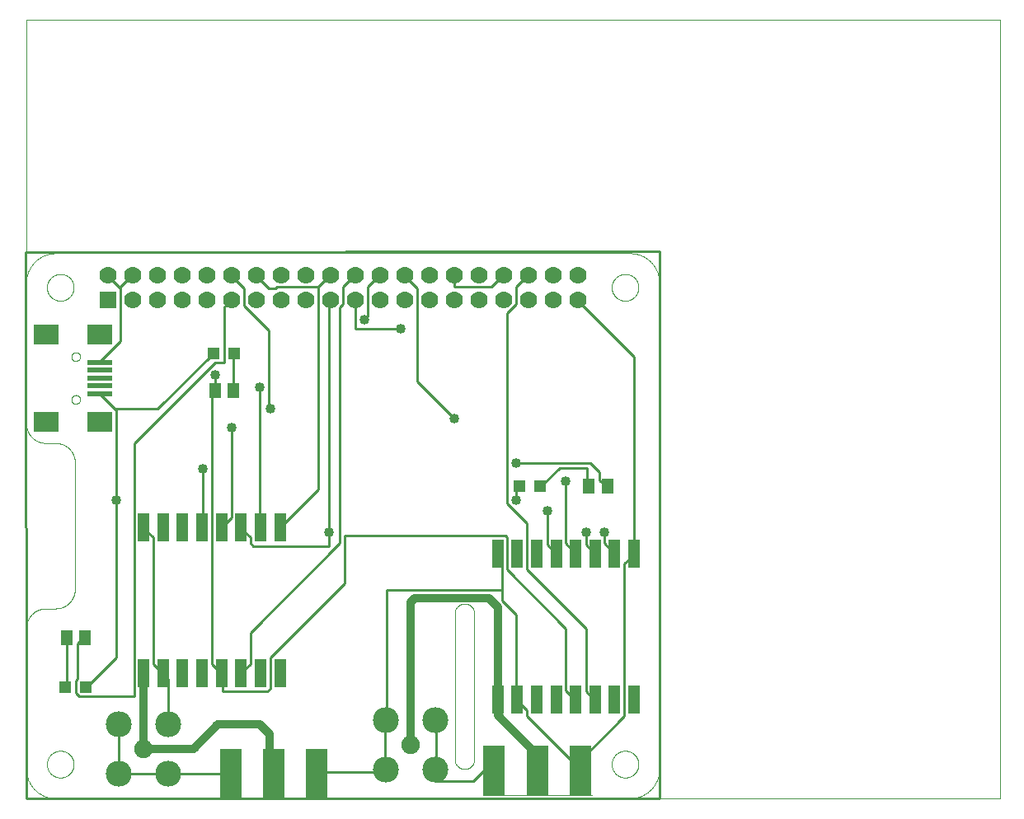
<source format=gtl>
G75*
%MOIN*%
%OFA0B0*%
%FSLAX25Y25*%
%IPPOS*%
%LPD*%
%AMOC8*
5,1,8,0,0,1.08239X$1,22.5*
%
%ADD10C,0.00000*%
%ADD11R,0.04724X0.11811*%
%ADD12R,0.07000X0.07000*%
%ADD13C,0.07000*%
%ADD14C,0.07500*%
%ADD15C,0.10500*%
%ADD16R,0.09000X0.20000*%
%ADD17R,0.05118X0.06299*%
%ADD18R,0.04724X0.04724*%
%ADD19R,0.09843X0.01969*%
%ADD20R,0.09843X0.07874*%
%ADD21C,0.01000*%
%ADD22C,0.04000*%
%ADD23C,0.03200*%
D10*
X0005000Y0043998D02*
X0005000Y0358959D01*
X0398701Y0358959D01*
X0398701Y0043998D01*
X0005000Y0043998D01*
X0016811Y0043998D02*
X0249094Y0043998D01*
X0249379Y0044001D01*
X0249665Y0044012D01*
X0249950Y0044029D01*
X0250234Y0044053D01*
X0250518Y0044084D01*
X0250801Y0044122D01*
X0251082Y0044167D01*
X0251363Y0044218D01*
X0251643Y0044276D01*
X0251921Y0044341D01*
X0252197Y0044413D01*
X0252471Y0044491D01*
X0252744Y0044576D01*
X0253014Y0044668D01*
X0253282Y0044766D01*
X0253548Y0044870D01*
X0253811Y0044981D01*
X0254071Y0045098D01*
X0254329Y0045221D01*
X0254583Y0045351D01*
X0254834Y0045487D01*
X0255082Y0045628D01*
X0255326Y0045776D01*
X0255567Y0045929D01*
X0255803Y0046089D01*
X0256036Y0046254D01*
X0256265Y0046424D01*
X0256490Y0046600D01*
X0256710Y0046782D01*
X0256926Y0046968D01*
X0257137Y0047160D01*
X0257344Y0047357D01*
X0257546Y0047559D01*
X0257743Y0047766D01*
X0257935Y0047977D01*
X0258121Y0048193D01*
X0258303Y0048413D01*
X0258479Y0048638D01*
X0258649Y0048867D01*
X0258814Y0049100D01*
X0258974Y0049336D01*
X0259127Y0049577D01*
X0259275Y0049821D01*
X0259416Y0050069D01*
X0259552Y0050320D01*
X0259682Y0050574D01*
X0259805Y0050832D01*
X0259922Y0051092D01*
X0260033Y0051355D01*
X0260137Y0051621D01*
X0260235Y0051889D01*
X0260327Y0052159D01*
X0260412Y0052432D01*
X0260490Y0052706D01*
X0260562Y0052982D01*
X0260627Y0053260D01*
X0260685Y0053540D01*
X0260736Y0053821D01*
X0260781Y0054102D01*
X0260819Y0054385D01*
X0260850Y0054669D01*
X0260874Y0054953D01*
X0260891Y0055238D01*
X0260902Y0055524D01*
X0260905Y0055809D01*
X0260906Y0055809D02*
X0260906Y0252660D01*
X0260905Y0252660D02*
X0260902Y0252945D01*
X0260891Y0253231D01*
X0260874Y0253516D01*
X0260850Y0253800D01*
X0260819Y0254084D01*
X0260781Y0254367D01*
X0260736Y0254648D01*
X0260685Y0254929D01*
X0260627Y0255209D01*
X0260562Y0255487D01*
X0260490Y0255763D01*
X0260412Y0256037D01*
X0260327Y0256310D01*
X0260235Y0256580D01*
X0260137Y0256848D01*
X0260033Y0257114D01*
X0259922Y0257377D01*
X0259805Y0257637D01*
X0259682Y0257895D01*
X0259552Y0258149D01*
X0259416Y0258400D01*
X0259275Y0258648D01*
X0259127Y0258892D01*
X0258974Y0259133D01*
X0258814Y0259369D01*
X0258649Y0259602D01*
X0258479Y0259831D01*
X0258303Y0260056D01*
X0258121Y0260276D01*
X0257935Y0260492D01*
X0257743Y0260703D01*
X0257546Y0260910D01*
X0257344Y0261112D01*
X0257137Y0261309D01*
X0256926Y0261501D01*
X0256710Y0261687D01*
X0256490Y0261869D01*
X0256265Y0262045D01*
X0256036Y0262215D01*
X0255803Y0262380D01*
X0255567Y0262540D01*
X0255326Y0262693D01*
X0255082Y0262841D01*
X0254834Y0262982D01*
X0254583Y0263118D01*
X0254329Y0263248D01*
X0254071Y0263371D01*
X0253811Y0263488D01*
X0253548Y0263599D01*
X0253282Y0263703D01*
X0253014Y0263801D01*
X0252744Y0263893D01*
X0252471Y0263978D01*
X0252197Y0264056D01*
X0251921Y0264128D01*
X0251643Y0264193D01*
X0251363Y0264251D01*
X0251082Y0264302D01*
X0250801Y0264347D01*
X0250518Y0264385D01*
X0250234Y0264416D01*
X0249950Y0264440D01*
X0249665Y0264457D01*
X0249379Y0264468D01*
X0249094Y0264471D01*
X0016811Y0264471D01*
X0016526Y0264468D01*
X0016240Y0264457D01*
X0015955Y0264440D01*
X0015671Y0264416D01*
X0015387Y0264385D01*
X0015104Y0264347D01*
X0014823Y0264302D01*
X0014542Y0264251D01*
X0014262Y0264193D01*
X0013984Y0264128D01*
X0013708Y0264056D01*
X0013434Y0263978D01*
X0013161Y0263893D01*
X0012891Y0263801D01*
X0012623Y0263703D01*
X0012357Y0263599D01*
X0012094Y0263488D01*
X0011834Y0263371D01*
X0011576Y0263248D01*
X0011322Y0263118D01*
X0011071Y0262982D01*
X0010823Y0262841D01*
X0010579Y0262693D01*
X0010338Y0262540D01*
X0010102Y0262380D01*
X0009869Y0262215D01*
X0009640Y0262045D01*
X0009415Y0261869D01*
X0009195Y0261687D01*
X0008979Y0261501D01*
X0008768Y0261309D01*
X0008561Y0261112D01*
X0008359Y0260910D01*
X0008162Y0260703D01*
X0007970Y0260492D01*
X0007784Y0260276D01*
X0007602Y0260056D01*
X0007426Y0259831D01*
X0007256Y0259602D01*
X0007091Y0259369D01*
X0006931Y0259133D01*
X0006778Y0258892D01*
X0006630Y0258648D01*
X0006489Y0258400D01*
X0006353Y0258149D01*
X0006223Y0257895D01*
X0006100Y0257637D01*
X0005983Y0257377D01*
X0005872Y0257114D01*
X0005768Y0256848D01*
X0005670Y0256580D01*
X0005578Y0256310D01*
X0005493Y0256037D01*
X0005415Y0255763D01*
X0005343Y0255487D01*
X0005278Y0255209D01*
X0005220Y0254929D01*
X0005169Y0254648D01*
X0005124Y0254367D01*
X0005086Y0254084D01*
X0005055Y0253800D01*
X0005031Y0253516D01*
X0005014Y0253231D01*
X0005003Y0252945D01*
X0005000Y0252660D01*
X0005000Y0195573D01*
X0005002Y0195383D01*
X0005009Y0195193D01*
X0005021Y0195003D01*
X0005037Y0194813D01*
X0005057Y0194624D01*
X0005083Y0194435D01*
X0005112Y0194247D01*
X0005147Y0194060D01*
X0005186Y0193874D01*
X0005229Y0193689D01*
X0005277Y0193504D01*
X0005329Y0193321D01*
X0005385Y0193140D01*
X0005446Y0192960D01*
X0005512Y0192781D01*
X0005581Y0192604D01*
X0005655Y0192428D01*
X0005733Y0192255D01*
X0005816Y0192083D01*
X0005902Y0191914D01*
X0005992Y0191746D01*
X0006087Y0191581D01*
X0006185Y0191418D01*
X0006288Y0191258D01*
X0006394Y0191100D01*
X0006504Y0190945D01*
X0006617Y0190792D01*
X0006735Y0190642D01*
X0006856Y0190496D01*
X0006980Y0190352D01*
X0007108Y0190211D01*
X0007239Y0190073D01*
X0007374Y0189938D01*
X0007512Y0189807D01*
X0007653Y0189679D01*
X0007797Y0189555D01*
X0007943Y0189434D01*
X0008093Y0189316D01*
X0008246Y0189203D01*
X0008401Y0189093D01*
X0008559Y0188987D01*
X0008719Y0188884D01*
X0008882Y0188786D01*
X0009047Y0188691D01*
X0009215Y0188601D01*
X0009384Y0188515D01*
X0009556Y0188432D01*
X0009729Y0188354D01*
X0009905Y0188280D01*
X0010082Y0188211D01*
X0010261Y0188145D01*
X0010441Y0188084D01*
X0010622Y0188028D01*
X0010805Y0187976D01*
X0010990Y0187928D01*
X0011175Y0187885D01*
X0011361Y0187846D01*
X0011548Y0187811D01*
X0011736Y0187782D01*
X0011925Y0187756D01*
X0012114Y0187736D01*
X0012304Y0187720D01*
X0012494Y0187708D01*
X0012684Y0187701D01*
X0012874Y0187699D01*
X0016811Y0187699D01*
X0017001Y0187697D01*
X0017191Y0187690D01*
X0017381Y0187678D01*
X0017571Y0187662D01*
X0017760Y0187642D01*
X0017949Y0187616D01*
X0018137Y0187587D01*
X0018324Y0187552D01*
X0018510Y0187513D01*
X0018695Y0187470D01*
X0018880Y0187422D01*
X0019063Y0187370D01*
X0019244Y0187314D01*
X0019424Y0187253D01*
X0019603Y0187187D01*
X0019780Y0187118D01*
X0019956Y0187044D01*
X0020129Y0186966D01*
X0020301Y0186883D01*
X0020470Y0186797D01*
X0020638Y0186707D01*
X0020803Y0186612D01*
X0020966Y0186514D01*
X0021126Y0186411D01*
X0021284Y0186305D01*
X0021439Y0186195D01*
X0021592Y0186082D01*
X0021742Y0185964D01*
X0021888Y0185843D01*
X0022032Y0185719D01*
X0022173Y0185591D01*
X0022311Y0185460D01*
X0022446Y0185325D01*
X0022577Y0185187D01*
X0022705Y0185046D01*
X0022829Y0184902D01*
X0022950Y0184756D01*
X0023068Y0184606D01*
X0023181Y0184453D01*
X0023291Y0184298D01*
X0023397Y0184140D01*
X0023500Y0183980D01*
X0023598Y0183817D01*
X0023693Y0183652D01*
X0023783Y0183484D01*
X0023869Y0183315D01*
X0023952Y0183143D01*
X0024030Y0182970D01*
X0024104Y0182794D01*
X0024173Y0182617D01*
X0024239Y0182438D01*
X0024300Y0182258D01*
X0024356Y0182077D01*
X0024408Y0181894D01*
X0024456Y0181709D01*
X0024499Y0181524D01*
X0024538Y0181338D01*
X0024573Y0181151D01*
X0024602Y0180963D01*
X0024628Y0180774D01*
X0024648Y0180585D01*
X0024664Y0180395D01*
X0024676Y0180205D01*
X0024683Y0180015D01*
X0024685Y0179825D01*
X0024685Y0128644D01*
X0024683Y0128454D01*
X0024676Y0128264D01*
X0024664Y0128074D01*
X0024648Y0127884D01*
X0024628Y0127695D01*
X0024602Y0127506D01*
X0024573Y0127318D01*
X0024538Y0127131D01*
X0024499Y0126945D01*
X0024456Y0126760D01*
X0024408Y0126575D01*
X0024356Y0126392D01*
X0024300Y0126211D01*
X0024239Y0126031D01*
X0024173Y0125852D01*
X0024104Y0125675D01*
X0024030Y0125499D01*
X0023952Y0125326D01*
X0023869Y0125154D01*
X0023783Y0124985D01*
X0023693Y0124817D01*
X0023598Y0124652D01*
X0023500Y0124489D01*
X0023397Y0124329D01*
X0023291Y0124171D01*
X0023181Y0124016D01*
X0023068Y0123863D01*
X0022950Y0123713D01*
X0022829Y0123567D01*
X0022705Y0123423D01*
X0022577Y0123282D01*
X0022446Y0123144D01*
X0022311Y0123009D01*
X0022173Y0122878D01*
X0022032Y0122750D01*
X0021888Y0122626D01*
X0021742Y0122505D01*
X0021592Y0122387D01*
X0021439Y0122274D01*
X0021284Y0122164D01*
X0021126Y0122058D01*
X0020966Y0121955D01*
X0020803Y0121857D01*
X0020638Y0121762D01*
X0020470Y0121672D01*
X0020301Y0121586D01*
X0020129Y0121503D01*
X0019956Y0121425D01*
X0019780Y0121351D01*
X0019603Y0121282D01*
X0019424Y0121216D01*
X0019244Y0121155D01*
X0019063Y0121099D01*
X0018880Y0121047D01*
X0018695Y0120999D01*
X0018510Y0120956D01*
X0018324Y0120917D01*
X0018137Y0120882D01*
X0017949Y0120853D01*
X0017760Y0120827D01*
X0017571Y0120807D01*
X0017381Y0120791D01*
X0017191Y0120779D01*
X0017001Y0120772D01*
X0016811Y0120770D01*
X0012874Y0120770D01*
X0012681Y0120768D01*
X0012488Y0120761D01*
X0012295Y0120749D01*
X0012102Y0120732D01*
X0011910Y0120711D01*
X0011719Y0120685D01*
X0011528Y0120654D01*
X0011338Y0120619D01*
X0011149Y0120579D01*
X0010961Y0120534D01*
X0010774Y0120485D01*
X0010588Y0120431D01*
X0010404Y0120373D01*
X0010221Y0120310D01*
X0010040Y0120242D01*
X0009861Y0120171D01*
X0009683Y0120094D01*
X0009507Y0120014D01*
X0009334Y0119929D01*
X0009162Y0119840D01*
X0008993Y0119747D01*
X0008826Y0119650D01*
X0008661Y0119548D01*
X0008499Y0119443D01*
X0008340Y0119334D01*
X0008183Y0119220D01*
X0008030Y0119103D01*
X0007879Y0118983D01*
X0007731Y0118858D01*
X0007586Y0118730D01*
X0007445Y0118599D01*
X0007306Y0118464D01*
X0007171Y0118325D01*
X0007040Y0118184D01*
X0006912Y0118039D01*
X0006787Y0117891D01*
X0006667Y0117740D01*
X0006550Y0117587D01*
X0006436Y0117430D01*
X0006327Y0117271D01*
X0006222Y0117109D01*
X0006120Y0116944D01*
X0006023Y0116777D01*
X0005930Y0116608D01*
X0005841Y0116436D01*
X0005756Y0116263D01*
X0005676Y0116087D01*
X0005599Y0115909D01*
X0005528Y0115730D01*
X0005460Y0115549D01*
X0005397Y0115366D01*
X0005339Y0115182D01*
X0005285Y0114996D01*
X0005236Y0114809D01*
X0005191Y0114621D01*
X0005151Y0114432D01*
X0005116Y0114242D01*
X0005085Y0114051D01*
X0005059Y0113860D01*
X0005038Y0113668D01*
X0005021Y0113475D01*
X0005009Y0113282D01*
X0005002Y0113089D01*
X0005000Y0112896D01*
X0005000Y0055809D01*
X0005003Y0055524D01*
X0005014Y0055238D01*
X0005031Y0054953D01*
X0005055Y0054669D01*
X0005086Y0054385D01*
X0005124Y0054102D01*
X0005169Y0053821D01*
X0005220Y0053540D01*
X0005278Y0053260D01*
X0005343Y0052982D01*
X0005415Y0052706D01*
X0005493Y0052432D01*
X0005578Y0052159D01*
X0005670Y0051889D01*
X0005768Y0051621D01*
X0005872Y0051355D01*
X0005983Y0051092D01*
X0006100Y0050832D01*
X0006223Y0050574D01*
X0006353Y0050320D01*
X0006489Y0050069D01*
X0006630Y0049821D01*
X0006778Y0049577D01*
X0006931Y0049336D01*
X0007091Y0049100D01*
X0007256Y0048867D01*
X0007426Y0048638D01*
X0007602Y0048413D01*
X0007784Y0048193D01*
X0007970Y0047977D01*
X0008162Y0047766D01*
X0008359Y0047559D01*
X0008561Y0047357D01*
X0008768Y0047160D01*
X0008979Y0046968D01*
X0009195Y0046782D01*
X0009415Y0046600D01*
X0009640Y0046424D01*
X0009869Y0046254D01*
X0010102Y0046089D01*
X0010338Y0045929D01*
X0010579Y0045776D01*
X0010823Y0045628D01*
X0011071Y0045487D01*
X0011322Y0045351D01*
X0011576Y0045221D01*
X0011834Y0045098D01*
X0012094Y0044981D01*
X0012357Y0044870D01*
X0012623Y0044766D01*
X0012891Y0044668D01*
X0013161Y0044576D01*
X0013434Y0044491D01*
X0013708Y0044413D01*
X0013984Y0044341D01*
X0014262Y0044276D01*
X0014542Y0044218D01*
X0014823Y0044167D01*
X0015104Y0044122D01*
X0015387Y0044084D01*
X0015671Y0044053D01*
X0015955Y0044029D01*
X0016240Y0044012D01*
X0016526Y0044001D01*
X0016811Y0043998D01*
X0013367Y0057778D02*
X0013369Y0057925D01*
X0013375Y0058071D01*
X0013385Y0058217D01*
X0013399Y0058363D01*
X0013417Y0058509D01*
X0013438Y0058654D01*
X0013464Y0058798D01*
X0013494Y0058942D01*
X0013527Y0059084D01*
X0013564Y0059226D01*
X0013605Y0059367D01*
X0013650Y0059506D01*
X0013699Y0059645D01*
X0013751Y0059782D01*
X0013808Y0059917D01*
X0013867Y0060051D01*
X0013931Y0060183D01*
X0013998Y0060313D01*
X0014068Y0060442D01*
X0014142Y0060569D01*
X0014219Y0060693D01*
X0014300Y0060816D01*
X0014384Y0060936D01*
X0014471Y0061054D01*
X0014561Y0061169D01*
X0014654Y0061282D01*
X0014751Y0061393D01*
X0014850Y0061501D01*
X0014952Y0061606D01*
X0015057Y0061708D01*
X0015165Y0061807D01*
X0015276Y0061904D01*
X0015389Y0061997D01*
X0015504Y0062087D01*
X0015622Y0062174D01*
X0015742Y0062258D01*
X0015865Y0062339D01*
X0015989Y0062416D01*
X0016116Y0062490D01*
X0016245Y0062560D01*
X0016375Y0062627D01*
X0016507Y0062691D01*
X0016641Y0062750D01*
X0016776Y0062807D01*
X0016913Y0062859D01*
X0017052Y0062908D01*
X0017191Y0062953D01*
X0017332Y0062994D01*
X0017474Y0063031D01*
X0017616Y0063064D01*
X0017760Y0063094D01*
X0017904Y0063120D01*
X0018049Y0063141D01*
X0018195Y0063159D01*
X0018341Y0063173D01*
X0018487Y0063183D01*
X0018633Y0063189D01*
X0018780Y0063191D01*
X0018927Y0063189D01*
X0019073Y0063183D01*
X0019219Y0063173D01*
X0019365Y0063159D01*
X0019511Y0063141D01*
X0019656Y0063120D01*
X0019800Y0063094D01*
X0019944Y0063064D01*
X0020086Y0063031D01*
X0020228Y0062994D01*
X0020369Y0062953D01*
X0020508Y0062908D01*
X0020647Y0062859D01*
X0020784Y0062807D01*
X0020919Y0062750D01*
X0021053Y0062691D01*
X0021185Y0062627D01*
X0021315Y0062560D01*
X0021444Y0062490D01*
X0021571Y0062416D01*
X0021695Y0062339D01*
X0021818Y0062258D01*
X0021938Y0062174D01*
X0022056Y0062087D01*
X0022171Y0061997D01*
X0022284Y0061904D01*
X0022395Y0061807D01*
X0022503Y0061708D01*
X0022608Y0061606D01*
X0022710Y0061501D01*
X0022809Y0061393D01*
X0022906Y0061282D01*
X0022999Y0061169D01*
X0023089Y0061054D01*
X0023176Y0060936D01*
X0023260Y0060816D01*
X0023341Y0060693D01*
X0023418Y0060569D01*
X0023492Y0060442D01*
X0023562Y0060313D01*
X0023629Y0060183D01*
X0023693Y0060051D01*
X0023752Y0059917D01*
X0023809Y0059782D01*
X0023861Y0059645D01*
X0023910Y0059506D01*
X0023955Y0059367D01*
X0023996Y0059226D01*
X0024033Y0059084D01*
X0024066Y0058942D01*
X0024096Y0058798D01*
X0024122Y0058654D01*
X0024143Y0058509D01*
X0024161Y0058363D01*
X0024175Y0058217D01*
X0024185Y0058071D01*
X0024191Y0057925D01*
X0024193Y0057778D01*
X0024191Y0057631D01*
X0024185Y0057485D01*
X0024175Y0057339D01*
X0024161Y0057193D01*
X0024143Y0057047D01*
X0024122Y0056902D01*
X0024096Y0056758D01*
X0024066Y0056614D01*
X0024033Y0056472D01*
X0023996Y0056330D01*
X0023955Y0056189D01*
X0023910Y0056050D01*
X0023861Y0055911D01*
X0023809Y0055774D01*
X0023752Y0055639D01*
X0023693Y0055505D01*
X0023629Y0055373D01*
X0023562Y0055243D01*
X0023492Y0055114D01*
X0023418Y0054987D01*
X0023341Y0054863D01*
X0023260Y0054740D01*
X0023176Y0054620D01*
X0023089Y0054502D01*
X0022999Y0054387D01*
X0022906Y0054274D01*
X0022809Y0054163D01*
X0022710Y0054055D01*
X0022608Y0053950D01*
X0022503Y0053848D01*
X0022395Y0053749D01*
X0022284Y0053652D01*
X0022171Y0053559D01*
X0022056Y0053469D01*
X0021938Y0053382D01*
X0021818Y0053298D01*
X0021695Y0053217D01*
X0021571Y0053140D01*
X0021444Y0053066D01*
X0021315Y0052996D01*
X0021185Y0052929D01*
X0021053Y0052865D01*
X0020919Y0052806D01*
X0020784Y0052749D01*
X0020647Y0052697D01*
X0020508Y0052648D01*
X0020369Y0052603D01*
X0020228Y0052562D01*
X0020086Y0052525D01*
X0019944Y0052492D01*
X0019800Y0052462D01*
X0019656Y0052436D01*
X0019511Y0052415D01*
X0019365Y0052397D01*
X0019219Y0052383D01*
X0019073Y0052373D01*
X0018927Y0052367D01*
X0018780Y0052365D01*
X0018633Y0052367D01*
X0018487Y0052373D01*
X0018341Y0052383D01*
X0018195Y0052397D01*
X0018049Y0052415D01*
X0017904Y0052436D01*
X0017760Y0052462D01*
X0017616Y0052492D01*
X0017474Y0052525D01*
X0017332Y0052562D01*
X0017191Y0052603D01*
X0017052Y0052648D01*
X0016913Y0052697D01*
X0016776Y0052749D01*
X0016641Y0052806D01*
X0016507Y0052865D01*
X0016375Y0052929D01*
X0016245Y0052996D01*
X0016116Y0053066D01*
X0015989Y0053140D01*
X0015865Y0053217D01*
X0015742Y0053298D01*
X0015622Y0053382D01*
X0015504Y0053469D01*
X0015389Y0053559D01*
X0015276Y0053652D01*
X0015165Y0053749D01*
X0015057Y0053848D01*
X0014952Y0053950D01*
X0014850Y0054055D01*
X0014751Y0054163D01*
X0014654Y0054274D01*
X0014561Y0054387D01*
X0014471Y0054502D01*
X0014384Y0054620D01*
X0014300Y0054740D01*
X0014219Y0054863D01*
X0014142Y0054987D01*
X0014068Y0055114D01*
X0013998Y0055243D01*
X0013931Y0055373D01*
X0013867Y0055505D01*
X0013808Y0055639D01*
X0013751Y0055774D01*
X0013699Y0055911D01*
X0013650Y0056050D01*
X0013605Y0056189D01*
X0013564Y0056330D01*
X0013527Y0056472D01*
X0013494Y0056614D01*
X0013464Y0056758D01*
X0013438Y0056902D01*
X0013417Y0057047D01*
X0013399Y0057193D01*
X0013385Y0057339D01*
X0013375Y0057485D01*
X0013369Y0057631D01*
X0013367Y0057778D01*
X0083000Y0043998D02*
X0127000Y0043998D01*
X0178228Y0059746D02*
X0178228Y0118802D01*
X0178230Y0118926D01*
X0178236Y0119049D01*
X0178245Y0119173D01*
X0178259Y0119295D01*
X0178276Y0119418D01*
X0178298Y0119540D01*
X0178323Y0119661D01*
X0178352Y0119781D01*
X0178384Y0119900D01*
X0178421Y0120019D01*
X0178461Y0120136D01*
X0178504Y0120251D01*
X0178552Y0120366D01*
X0178603Y0120478D01*
X0178657Y0120589D01*
X0178715Y0120699D01*
X0178776Y0120806D01*
X0178841Y0120912D01*
X0178909Y0121015D01*
X0178980Y0121116D01*
X0179054Y0121215D01*
X0179131Y0121312D01*
X0179212Y0121406D01*
X0179295Y0121497D01*
X0179381Y0121586D01*
X0179470Y0121672D01*
X0179561Y0121755D01*
X0179655Y0121836D01*
X0179752Y0121913D01*
X0179851Y0121987D01*
X0179952Y0122058D01*
X0180055Y0122126D01*
X0180161Y0122191D01*
X0180268Y0122252D01*
X0180378Y0122310D01*
X0180489Y0122364D01*
X0180601Y0122415D01*
X0180716Y0122463D01*
X0180831Y0122506D01*
X0180948Y0122546D01*
X0181067Y0122583D01*
X0181186Y0122615D01*
X0181306Y0122644D01*
X0181427Y0122669D01*
X0181549Y0122691D01*
X0181672Y0122708D01*
X0181794Y0122722D01*
X0181918Y0122731D01*
X0182041Y0122737D01*
X0182165Y0122739D01*
X0182289Y0122737D01*
X0182412Y0122731D01*
X0182536Y0122722D01*
X0182658Y0122708D01*
X0182781Y0122691D01*
X0182903Y0122669D01*
X0183024Y0122644D01*
X0183144Y0122615D01*
X0183263Y0122583D01*
X0183382Y0122546D01*
X0183499Y0122506D01*
X0183614Y0122463D01*
X0183729Y0122415D01*
X0183841Y0122364D01*
X0183952Y0122310D01*
X0184062Y0122252D01*
X0184169Y0122191D01*
X0184275Y0122126D01*
X0184378Y0122058D01*
X0184479Y0121987D01*
X0184578Y0121913D01*
X0184675Y0121836D01*
X0184769Y0121755D01*
X0184860Y0121672D01*
X0184949Y0121586D01*
X0185035Y0121497D01*
X0185118Y0121406D01*
X0185199Y0121312D01*
X0185276Y0121215D01*
X0185350Y0121116D01*
X0185421Y0121015D01*
X0185489Y0120912D01*
X0185554Y0120806D01*
X0185615Y0120699D01*
X0185673Y0120589D01*
X0185727Y0120478D01*
X0185778Y0120366D01*
X0185826Y0120251D01*
X0185869Y0120136D01*
X0185909Y0120019D01*
X0185946Y0119900D01*
X0185978Y0119781D01*
X0186007Y0119661D01*
X0186032Y0119540D01*
X0186054Y0119418D01*
X0186071Y0119295D01*
X0186085Y0119173D01*
X0186094Y0119049D01*
X0186100Y0118926D01*
X0186102Y0118802D01*
X0186102Y0059746D01*
X0186100Y0059622D01*
X0186094Y0059499D01*
X0186085Y0059375D01*
X0186071Y0059253D01*
X0186054Y0059130D01*
X0186032Y0059008D01*
X0186007Y0058887D01*
X0185978Y0058767D01*
X0185946Y0058648D01*
X0185909Y0058529D01*
X0185869Y0058412D01*
X0185826Y0058297D01*
X0185778Y0058182D01*
X0185727Y0058070D01*
X0185673Y0057959D01*
X0185615Y0057849D01*
X0185554Y0057742D01*
X0185489Y0057636D01*
X0185421Y0057533D01*
X0185350Y0057432D01*
X0185276Y0057333D01*
X0185199Y0057236D01*
X0185118Y0057142D01*
X0185035Y0057051D01*
X0184949Y0056962D01*
X0184860Y0056876D01*
X0184769Y0056793D01*
X0184675Y0056712D01*
X0184578Y0056635D01*
X0184479Y0056561D01*
X0184378Y0056490D01*
X0184275Y0056422D01*
X0184169Y0056357D01*
X0184062Y0056296D01*
X0183952Y0056238D01*
X0183841Y0056184D01*
X0183729Y0056133D01*
X0183614Y0056085D01*
X0183499Y0056042D01*
X0183382Y0056002D01*
X0183263Y0055965D01*
X0183144Y0055933D01*
X0183024Y0055904D01*
X0182903Y0055879D01*
X0182781Y0055857D01*
X0182658Y0055840D01*
X0182536Y0055826D01*
X0182412Y0055817D01*
X0182289Y0055811D01*
X0182165Y0055809D01*
X0182041Y0055811D01*
X0181918Y0055817D01*
X0181794Y0055826D01*
X0181672Y0055840D01*
X0181549Y0055857D01*
X0181427Y0055879D01*
X0181306Y0055904D01*
X0181186Y0055933D01*
X0181067Y0055965D01*
X0180948Y0056002D01*
X0180831Y0056042D01*
X0180716Y0056085D01*
X0180601Y0056133D01*
X0180489Y0056184D01*
X0180378Y0056238D01*
X0180268Y0056296D01*
X0180161Y0056357D01*
X0180055Y0056422D01*
X0179952Y0056490D01*
X0179851Y0056561D01*
X0179752Y0056635D01*
X0179655Y0056712D01*
X0179561Y0056793D01*
X0179470Y0056876D01*
X0179381Y0056962D01*
X0179295Y0057051D01*
X0179212Y0057142D01*
X0179131Y0057236D01*
X0179054Y0057333D01*
X0178980Y0057432D01*
X0178909Y0057533D01*
X0178841Y0057636D01*
X0178776Y0057742D01*
X0178715Y0057849D01*
X0178657Y0057959D01*
X0178603Y0058070D01*
X0178552Y0058182D01*
X0178504Y0058297D01*
X0178461Y0058412D01*
X0178421Y0058529D01*
X0178384Y0058648D01*
X0178352Y0058767D01*
X0178323Y0058887D01*
X0178298Y0059008D01*
X0178276Y0059130D01*
X0178259Y0059253D01*
X0178245Y0059375D01*
X0178236Y0059499D01*
X0178230Y0059622D01*
X0178228Y0059746D01*
X0189604Y0045186D02*
X0233604Y0045186D01*
X0241713Y0057778D02*
X0241715Y0057925D01*
X0241721Y0058071D01*
X0241731Y0058217D01*
X0241745Y0058363D01*
X0241763Y0058509D01*
X0241784Y0058654D01*
X0241810Y0058798D01*
X0241840Y0058942D01*
X0241873Y0059084D01*
X0241910Y0059226D01*
X0241951Y0059367D01*
X0241996Y0059506D01*
X0242045Y0059645D01*
X0242097Y0059782D01*
X0242154Y0059917D01*
X0242213Y0060051D01*
X0242277Y0060183D01*
X0242344Y0060313D01*
X0242414Y0060442D01*
X0242488Y0060569D01*
X0242565Y0060693D01*
X0242646Y0060816D01*
X0242730Y0060936D01*
X0242817Y0061054D01*
X0242907Y0061169D01*
X0243000Y0061282D01*
X0243097Y0061393D01*
X0243196Y0061501D01*
X0243298Y0061606D01*
X0243403Y0061708D01*
X0243511Y0061807D01*
X0243622Y0061904D01*
X0243735Y0061997D01*
X0243850Y0062087D01*
X0243968Y0062174D01*
X0244088Y0062258D01*
X0244211Y0062339D01*
X0244335Y0062416D01*
X0244462Y0062490D01*
X0244591Y0062560D01*
X0244721Y0062627D01*
X0244853Y0062691D01*
X0244987Y0062750D01*
X0245122Y0062807D01*
X0245259Y0062859D01*
X0245398Y0062908D01*
X0245537Y0062953D01*
X0245678Y0062994D01*
X0245820Y0063031D01*
X0245962Y0063064D01*
X0246106Y0063094D01*
X0246250Y0063120D01*
X0246395Y0063141D01*
X0246541Y0063159D01*
X0246687Y0063173D01*
X0246833Y0063183D01*
X0246979Y0063189D01*
X0247126Y0063191D01*
X0247273Y0063189D01*
X0247419Y0063183D01*
X0247565Y0063173D01*
X0247711Y0063159D01*
X0247857Y0063141D01*
X0248002Y0063120D01*
X0248146Y0063094D01*
X0248290Y0063064D01*
X0248432Y0063031D01*
X0248574Y0062994D01*
X0248715Y0062953D01*
X0248854Y0062908D01*
X0248993Y0062859D01*
X0249130Y0062807D01*
X0249265Y0062750D01*
X0249399Y0062691D01*
X0249531Y0062627D01*
X0249661Y0062560D01*
X0249790Y0062490D01*
X0249917Y0062416D01*
X0250041Y0062339D01*
X0250164Y0062258D01*
X0250284Y0062174D01*
X0250402Y0062087D01*
X0250517Y0061997D01*
X0250630Y0061904D01*
X0250741Y0061807D01*
X0250849Y0061708D01*
X0250954Y0061606D01*
X0251056Y0061501D01*
X0251155Y0061393D01*
X0251252Y0061282D01*
X0251345Y0061169D01*
X0251435Y0061054D01*
X0251522Y0060936D01*
X0251606Y0060816D01*
X0251687Y0060693D01*
X0251764Y0060569D01*
X0251838Y0060442D01*
X0251908Y0060313D01*
X0251975Y0060183D01*
X0252039Y0060051D01*
X0252098Y0059917D01*
X0252155Y0059782D01*
X0252207Y0059645D01*
X0252256Y0059506D01*
X0252301Y0059367D01*
X0252342Y0059226D01*
X0252379Y0059084D01*
X0252412Y0058942D01*
X0252442Y0058798D01*
X0252468Y0058654D01*
X0252489Y0058509D01*
X0252507Y0058363D01*
X0252521Y0058217D01*
X0252531Y0058071D01*
X0252537Y0057925D01*
X0252539Y0057778D01*
X0252537Y0057631D01*
X0252531Y0057485D01*
X0252521Y0057339D01*
X0252507Y0057193D01*
X0252489Y0057047D01*
X0252468Y0056902D01*
X0252442Y0056758D01*
X0252412Y0056614D01*
X0252379Y0056472D01*
X0252342Y0056330D01*
X0252301Y0056189D01*
X0252256Y0056050D01*
X0252207Y0055911D01*
X0252155Y0055774D01*
X0252098Y0055639D01*
X0252039Y0055505D01*
X0251975Y0055373D01*
X0251908Y0055243D01*
X0251838Y0055114D01*
X0251764Y0054987D01*
X0251687Y0054863D01*
X0251606Y0054740D01*
X0251522Y0054620D01*
X0251435Y0054502D01*
X0251345Y0054387D01*
X0251252Y0054274D01*
X0251155Y0054163D01*
X0251056Y0054055D01*
X0250954Y0053950D01*
X0250849Y0053848D01*
X0250741Y0053749D01*
X0250630Y0053652D01*
X0250517Y0053559D01*
X0250402Y0053469D01*
X0250284Y0053382D01*
X0250164Y0053298D01*
X0250041Y0053217D01*
X0249917Y0053140D01*
X0249790Y0053066D01*
X0249661Y0052996D01*
X0249531Y0052929D01*
X0249399Y0052865D01*
X0249265Y0052806D01*
X0249130Y0052749D01*
X0248993Y0052697D01*
X0248854Y0052648D01*
X0248715Y0052603D01*
X0248574Y0052562D01*
X0248432Y0052525D01*
X0248290Y0052492D01*
X0248146Y0052462D01*
X0248002Y0052436D01*
X0247857Y0052415D01*
X0247711Y0052397D01*
X0247565Y0052383D01*
X0247419Y0052373D01*
X0247273Y0052367D01*
X0247126Y0052365D01*
X0246979Y0052367D01*
X0246833Y0052373D01*
X0246687Y0052383D01*
X0246541Y0052397D01*
X0246395Y0052415D01*
X0246250Y0052436D01*
X0246106Y0052462D01*
X0245962Y0052492D01*
X0245820Y0052525D01*
X0245678Y0052562D01*
X0245537Y0052603D01*
X0245398Y0052648D01*
X0245259Y0052697D01*
X0245122Y0052749D01*
X0244987Y0052806D01*
X0244853Y0052865D01*
X0244721Y0052929D01*
X0244591Y0052996D01*
X0244462Y0053066D01*
X0244335Y0053140D01*
X0244211Y0053217D01*
X0244088Y0053298D01*
X0243968Y0053382D01*
X0243850Y0053469D01*
X0243735Y0053559D01*
X0243622Y0053652D01*
X0243511Y0053749D01*
X0243403Y0053848D01*
X0243298Y0053950D01*
X0243196Y0054055D01*
X0243097Y0054163D01*
X0243000Y0054274D01*
X0242907Y0054387D01*
X0242817Y0054502D01*
X0242730Y0054620D01*
X0242646Y0054740D01*
X0242565Y0054863D01*
X0242488Y0054987D01*
X0242414Y0055114D01*
X0242344Y0055243D01*
X0242277Y0055373D01*
X0242213Y0055505D01*
X0242154Y0055639D01*
X0242097Y0055774D01*
X0242045Y0055911D01*
X0241996Y0056050D01*
X0241951Y0056189D01*
X0241910Y0056330D01*
X0241873Y0056472D01*
X0241840Y0056614D01*
X0241810Y0056758D01*
X0241784Y0056902D01*
X0241763Y0057047D01*
X0241745Y0057193D01*
X0241731Y0057339D01*
X0241721Y0057485D01*
X0241715Y0057631D01*
X0241713Y0057778D01*
X0241713Y0250691D02*
X0241715Y0250838D01*
X0241721Y0250984D01*
X0241731Y0251130D01*
X0241745Y0251276D01*
X0241763Y0251422D01*
X0241784Y0251567D01*
X0241810Y0251711D01*
X0241840Y0251855D01*
X0241873Y0251997D01*
X0241910Y0252139D01*
X0241951Y0252280D01*
X0241996Y0252419D01*
X0242045Y0252558D01*
X0242097Y0252695D01*
X0242154Y0252830D01*
X0242213Y0252964D01*
X0242277Y0253096D01*
X0242344Y0253226D01*
X0242414Y0253355D01*
X0242488Y0253482D01*
X0242565Y0253606D01*
X0242646Y0253729D01*
X0242730Y0253849D01*
X0242817Y0253967D01*
X0242907Y0254082D01*
X0243000Y0254195D01*
X0243097Y0254306D01*
X0243196Y0254414D01*
X0243298Y0254519D01*
X0243403Y0254621D01*
X0243511Y0254720D01*
X0243622Y0254817D01*
X0243735Y0254910D01*
X0243850Y0255000D01*
X0243968Y0255087D01*
X0244088Y0255171D01*
X0244211Y0255252D01*
X0244335Y0255329D01*
X0244462Y0255403D01*
X0244591Y0255473D01*
X0244721Y0255540D01*
X0244853Y0255604D01*
X0244987Y0255663D01*
X0245122Y0255720D01*
X0245259Y0255772D01*
X0245398Y0255821D01*
X0245537Y0255866D01*
X0245678Y0255907D01*
X0245820Y0255944D01*
X0245962Y0255977D01*
X0246106Y0256007D01*
X0246250Y0256033D01*
X0246395Y0256054D01*
X0246541Y0256072D01*
X0246687Y0256086D01*
X0246833Y0256096D01*
X0246979Y0256102D01*
X0247126Y0256104D01*
X0247273Y0256102D01*
X0247419Y0256096D01*
X0247565Y0256086D01*
X0247711Y0256072D01*
X0247857Y0256054D01*
X0248002Y0256033D01*
X0248146Y0256007D01*
X0248290Y0255977D01*
X0248432Y0255944D01*
X0248574Y0255907D01*
X0248715Y0255866D01*
X0248854Y0255821D01*
X0248993Y0255772D01*
X0249130Y0255720D01*
X0249265Y0255663D01*
X0249399Y0255604D01*
X0249531Y0255540D01*
X0249661Y0255473D01*
X0249790Y0255403D01*
X0249917Y0255329D01*
X0250041Y0255252D01*
X0250164Y0255171D01*
X0250284Y0255087D01*
X0250402Y0255000D01*
X0250517Y0254910D01*
X0250630Y0254817D01*
X0250741Y0254720D01*
X0250849Y0254621D01*
X0250954Y0254519D01*
X0251056Y0254414D01*
X0251155Y0254306D01*
X0251252Y0254195D01*
X0251345Y0254082D01*
X0251435Y0253967D01*
X0251522Y0253849D01*
X0251606Y0253729D01*
X0251687Y0253606D01*
X0251764Y0253482D01*
X0251838Y0253355D01*
X0251908Y0253226D01*
X0251975Y0253096D01*
X0252039Y0252964D01*
X0252098Y0252830D01*
X0252155Y0252695D01*
X0252207Y0252558D01*
X0252256Y0252419D01*
X0252301Y0252280D01*
X0252342Y0252139D01*
X0252379Y0251997D01*
X0252412Y0251855D01*
X0252442Y0251711D01*
X0252468Y0251567D01*
X0252489Y0251422D01*
X0252507Y0251276D01*
X0252521Y0251130D01*
X0252531Y0250984D01*
X0252537Y0250838D01*
X0252539Y0250691D01*
X0252537Y0250544D01*
X0252531Y0250398D01*
X0252521Y0250252D01*
X0252507Y0250106D01*
X0252489Y0249960D01*
X0252468Y0249815D01*
X0252442Y0249671D01*
X0252412Y0249527D01*
X0252379Y0249385D01*
X0252342Y0249243D01*
X0252301Y0249102D01*
X0252256Y0248963D01*
X0252207Y0248824D01*
X0252155Y0248687D01*
X0252098Y0248552D01*
X0252039Y0248418D01*
X0251975Y0248286D01*
X0251908Y0248156D01*
X0251838Y0248027D01*
X0251764Y0247900D01*
X0251687Y0247776D01*
X0251606Y0247653D01*
X0251522Y0247533D01*
X0251435Y0247415D01*
X0251345Y0247300D01*
X0251252Y0247187D01*
X0251155Y0247076D01*
X0251056Y0246968D01*
X0250954Y0246863D01*
X0250849Y0246761D01*
X0250741Y0246662D01*
X0250630Y0246565D01*
X0250517Y0246472D01*
X0250402Y0246382D01*
X0250284Y0246295D01*
X0250164Y0246211D01*
X0250041Y0246130D01*
X0249917Y0246053D01*
X0249790Y0245979D01*
X0249661Y0245909D01*
X0249531Y0245842D01*
X0249399Y0245778D01*
X0249265Y0245719D01*
X0249130Y0245662D01*
X0248993Y0245610D01*
X0248854Y0245561D01*
X0248715Y0245516D01*
X0248574Y0245475D01*
X0248432Y0245438D01*
X0248290Y0245405D01*
X0248146Y0245375D01*
X0248002Y0245349D01*
X0247857Y0245328D01*
X0247711Y0245310D01*
X0247565Y0245296D01*
X0247419Y0245286D01*
X0247273Y0245280D01*
X0247126Y0245278D01*
X0246979Y0245280D01*
X0246833Y0245286D01*
X0246687Y0245296D01*
X0246541Y0245310D01*
X0246395Y0245328D01*
X0246250Y0245349D01*
X0246106Y0245375D01*
X0245962Y0245405D01*
X0245820Y0245438D01*
X0245678Y0245475D01*
X0245537Y0245516D01*
X0245398Y0245561D01*
X0245259Y0245610D01*
X0245122Y0245662D01*
X0244987Y0245719D01*
X0244853Y0245778D01*
X0244721Y0245842D01*
X0244591Y0245909D01*
X0244462Y0245979D01*
X0244335Y0246053D01*
X0244211Y0246130D01*
X0244088Y0246211D01*
X0243968Y0246295D01*
X0243850Y0246382D01*
X0243735Y0246472D01*
X0243622Y0246565D01*
X0243511Y0246662D01*
X0243403Y0246761D01*
X0243298Y0246863D01*
X0243196Y0246968D01*
X0243097Y0247076D01*
X0243000Y0247187D01*
X0242907Y0247300D01*
X0242817Y0247415D01*
X0242730Y0247533D01*
X0242646Y0247653D01*
X0242565Y0247776D01*
X0242488Y0247900D01*
X0242414Y0248027D01*
X0242344Y0248156D01*
X0242277Y0248286D01*
X0242213Y0248418D01*
X0242154Y0248552D01*
X0242097Y0248687D01*
X0242045Y0248824D01*
X0241996Y0248963D01*
X0241951Y0249102D01*
X0241910Y0249243D01*
X0241873Y0249385D01*
X0241840Y0249527D01*
X0241810Y0249671D01*
X0241784Y0249815D01*
X0241763Y0249960D01*
X0241745Y0250106D01*
X0241731Y0250252D01*
X0241721Y0250398D01*
X0241715Y0250544D01*
X0241713Y0250691D01*
X0023228Y0222660D02*
X0023230Y0222744D01*
X0023236Y0222827D01*
X0023246Y0222910D01*
X0023260Y0222993D01*
X0023277Y0223075D01*
X0023299Y0223156D01*
X0023324Y0223235D01*
X0023353Y0223314D01*
X0023386Y0223391D01*
X0023422Y0223466D01*
X0023462Y0223540D01*
X0023505Y0223612D01*
X0023552Y0223681D01*
X0023602Y0223748D01*
X0023655Y0223813D01*
X0023711Y0223875D01*
X0023769Y0223935D01*
X0023831Y0223992D01*
X0023895Y0224045D01*
X0023962Y0224096D01*
X0024031Y0224143D01*
X0024102Y0224188D01*
X0024175Y0224228D01*
X0024250Y0224265D01*
X0024327Y0224299D01*
X0024405Y0224329D01*
X0024484Y0224355D01*
X0024565Y0224378D01*
X0024647Y0224396D01*
X0024729Y0224411D01*
X0024812Y0224422D01*
X0024895Y0224429D01*
X0024979Y0224432D01*
X0025063Y0224431D01*
X0025146Y0224426D01*
X0025230Y0224417D01*
X0025312Y0224404D01*
X0025394Y0224388D01*
X0025475Y0224367D01*
X0025556Y0224343D01*
X0025634Y0224315D01*
X0025712Y0224283D01*
X0025788Y0224247D01*
X0025862Y0224208D01*
X0025934Y0224166D01*
X0026004Y0224120D01*
X0026072Y0224071D01*
X0026137Y0224019D01*
X0026200Y0223964D01*
X0026260Y0223906D01*
X0026318Y0223845D01*
X0026372Y0223781D01*
X0026424Y0223715D01*
X0026472Y0223647D01*
X0026517Y0223576D01*
X0026558Y0223503D01*
X0026597Y0223429D01*
X0026631Y0223353D01*
X0026662Y0223275D01*
X0026689Y0223196D01*
X0026713Y0223115D01*
X0026732Y0223034D01*
X0026748Y0222952D01*
X0026760Y0222869D01*
X0026768Y0222785D01*
X0026772Y0222702D01*
X0026772Y0222618D01*
X0026768Y0222535D01*
X0026760Y0222451D01*
X0026748Y0222368D01*
X0026732Y0222286D01*
X0026713Y0222205D01*
X0026689Y0222124D01*
X0026662Y0222045D01*
X0026631Y0221967D01*
X0026597Y0221891D01*
X0026558Y0221817D01*
X0026517Y0221744D01*
X0026472Y0221673D01*
X0026424Y0221605D01*
X0026372Y0221539D01*
X0026318Y0221475D01*
X0026260Y0221414D01*
X0026200Y0221356D01*
X0026137Y0221301D01*
X0026072Y0221249D01*
X0026004Y0221200D01*
X0025934Y0221154D01*
X0025862Y0221112D01*
X0025788Y0221073D01*
X0025712Y0221037D01*
X0025634Y0221005D01*
X0025556Y0220977D01*
X0025475Y0220953D01*
X0025394Y0220932D01*
X0025312Y0220916D01*
X0025230Y0220903D01*
X0025146Y0220894D01*
X0025063Y0220889D01*
X0024979Y0220888D01*
X0024895Y0220891D01*
X0024812Y0220898D01*
X0024729Y0220909D01*
X0024647Y0220924D01*
X0024565Y0220942D01*
X0024484Y0220965D01*
X0024405Y0220991D01*
X0024327Y0221021D01*
X0024250Y0221055D01*
X0024175Y0221092D01*
X0024102Y0221132D01*
X0024031Y0221177D01*
X0023962Y0221224D01*
X0023895Y0221275D01*
X0023831Y0221328D01*
X0023769Y0221385D01*
X0023711Y0221445D01*
X0023655Y0221507D01*
X0023602Y0221572D01*
X0023552Y0221639D01*
X0023505Y0221708D01*
X0023462Y0221780D01*
X0023422Y0221854D01*
X0023386Y0221929D01*
X0023353Y0222006D01*
X0023324Y0222085D01*
X0023299Y0222164D01*
X0023277Y0222245D01*
X0023260Y0222327D01*
X0023246Y0222410D01*
X0023236Y0222493D01*
X0023230Y0222576D01*
X0023228Y0222660D01*
X0023228Y0205337D02*
X0023230Y0205421D01*
X0023236Y0205504D01*
X0023246Y0205587D01*
X0023260Y0205670D01*
X0023277Y0205752D01*
X0023299Y0205833D01*
X0023324Y0205912D01*
X0023353Y0205991D01*
X0023386Y0206068D01*
X0023422Y0206143D01*
X0023462Y0206217D01*
X0023505Y0206289D01*
X0023552Y0206358D01*
X0023602Y0206425D01*
X0023655Y0206490D01*
X0023711Y0206552D01*
X0023769Y0206612D01*
X0023831Y0206669D01*
X0023895Y0206722D01*
X0023962Y0206773D01*
X0024031Y0206820D01*
X0024102Y0206865D01*
X0024175Y0206905D01*
X0024250Y0206942D01*
X0024327Y0206976D01*
X0024405Y0207006D01*
X0024484Y0207032D01*
X0024565Y0207055D01*
X0024647Y0207073D01*
X0024729Y0207088D01*
X0024812Y0207099D01*
X0024895Y0207106D01*
X0024979Y0207109D01*
X0025063Y0207108D01*
X0025146Y0207103D01*
X0025230Y0207094D01*
X0025312Y0207081D01*
X0025394Y0207065D01*
X0025475Y0207044D01*
X0025556Y0207020D01*
X0025634Y0206992D01*
X0025712Y0206960D01*
X0025788Y0206924D01*
X0025862Y0206885D01*
X0025934Y0206843D01*
X0026004Y0206797D01*
X0026072Y0206748D01*
X0026137Y0206696D01*
X0026200Y0206641D01*
X0026260Y0206583D01*
X0026318Y0206522D01*
X0026372Y0206458D01*
X0026424Y0206392D01*
X0026472Y0206324D01*
X0026517Y0206253D01*
X0026558Y0206180D01*
X0026597Y0206106D01*
X0026631Y0206030D01*
X0026662Y0205952D01*
X0026689Y0205873D01*
X0026713Y0205792D01*
X0026732Y0205711D01*
X0026748Y0205629D01*
X0026760Y0205546D01*
X0026768Y0205462D01*
X0026772Y0205379D01*
X0026772Y0205295D01*
X0026768Y0205212D01*
X0026760Y0205128D01*
X0026748Y0205045D01*
X0026732Y0204963D01*
X0026713Y0204882D01*
X0026689Y0204801D01*
X0026662Y0204722D01*
X0026631Y0204644D01*
X0026597Y0204568D01*
X0026558Y0204494D01*
X0026517Y0204421D01*
X0026472Y0204350D01*
X0026424Y0204282D01*
X0026372Y0204216D01*
X0026318Y0204152D01*
X0026260Y0204091D01*
X0026200Y0204033D01*
X0026137Y0203978D01*
X0026072Y0203926D01*
X0026004Y0203877D01*
X0025934Y0203831D01*
X0025862Y0203789D01*
X0025788Y0203750D01*
X0025712Y0203714D01*
X0025634Y0203682D01*
X0025556Y0203654D01*
X0025475Y0203630D01*
X0025394Y0203609D01*
X0025312Y0203593D01*
X0025230Y0203580D01*
X0025146Y0203571D01*
X0025063Y0203566D01*
X0024979Y0203565D01*
X0024895Y0203568D01*
X0024812Y0203575D01*
X0024729Y0203586D01*
X0024647Y0203601D01*
X0024565Y0203619D01*
X0024484Y0203642D01*
X0024405Y0203668D01*
X0024327Y0203698D01*
X0024250Y0203732D01*
X0024175Y0203769D01*
X0024102Y0203809D01*
X0024031Y0203854D01*
X0023962Y0203901D01*
X0023895Y0203952D01*
X0023831Y0204005D01*
X0023769Y0204062D01*
X0023711Y0204122D01*
X0023655Y0204184D01*
X0023602Y0204249D01*
X0023552Y0204316D01*
X0023505Y0204385D01*
X0023462Y0204457D01*
X0023422Y0204531D01*
X0023386Y0204606D01*
X0023353Y0204683D01*
X0023324Y0204762D01*
X0023299Y0204841D01*
X0023277Y0204922D01*
X0023260Y0205004D01*
X0023246Y0205087D01*
X0023236Y0205170D01*
X0023230Y0205253D01*
X0023228Y0205337D01*
X0013367Y0250691D02*
X0013369Y0250838D01*
X0013375Y0250984D01*
X0013385Y0251130D01*
X0013399Y0251276D01*
X0013417Y0251422D01*
X0013438Y0251567D01*
X0013464Y0251711D01*
X0013494Y0251855D01*
X0013527Y0251997D01*
X0013564Y0252139D01*
X0013605Y0252280D01*
X0013650Y0252419D01*
X0013699Y0252558D01*
X0013751Y0252695D01*
X0013808Y0252830D01*
X0013867Y0252964D01*
X0013931Y0253096D01*
X0013998Y0253226D01*
X0014068Y0253355D01*
X0014142Y0253482D01*
X0014219Y0253606D01*
X0014300Y0253729D01*
X0014384Y0253849D01*
X0014471Y0253967D01*
X0014561Y0254082D01*
X0014654Y0254195D01*
X0014751Y0254306D01*
X0014850Y0254414D01*
X0014952Y0254519D01*
X0015057Y0254621D01*
X0015165Y0254720D01*
X0015276Y0254817D01*
X0015389Y0254910D01*
X0015504Y0255000D01*
X0015622Y0255087D01*
X0015742Y0255171D01*
X0015865Y0255252D01*
X0015989Y0255329D01*
X0016116Y0255403D01*
X0016245Y0255473D01*
X0016375Y0255540D01*
X0016507Y0255604D01*
X0016641Y0255663D01*
X0016776Y0255720D01*
X0016913Y0255772D01*
X0017052Y0255821D01*
X0017191Y0255866D01*
X0017332Y0255907D01*
X0017474Y0255944D01*
X0017616Y0255977D01*
X0017760Y0256007D01*
X0017904Y0256033D01*
X0018049Y0256054D01*
X0018195Y0256072D01*
X0018341Y0256086D01*
X0018487Y0256096D01*
X0018633Y0256102D01*
X0018780Y0256104D01*
X0018927Y0256102D01*
X0019073Y0256096D01*
X0019219Y0256086D01*
X0019365Y0256072D01*
X0019511Y0256054D01*
X0019656Y0256033D01*
X0019800Y0256007D01*
X0019944Y0255977D01*
X0020086Y0255944D01*
X0020228Y0255907D01*
X0020369Y0255866D01*
X0020508Y0255821D01*
X0020647Y0255772D01*
X0020784Y0255720D01*
X0020919Y0255663D01*
X0021053Y0255604D01*
X0021185Y0255540D01*
X0021315Y0255473D01*
X0021444Y0255403D01*
X0021571Y0255329D01*
X0021695Y0255252D01*
X0021818Y0255171D01*
X0021938Y0255087D01*
X0022056Y0255000D01*
X0022171Y0254910D01*
X0022284Y0254817D01*
X0022395Y0254720D01*
X0022503Y0254621D01*
X0022608Y0254519D01*
X0022710Y0254414D01*
X0022809Y0254306D01*
X0022906Y0254195D01*
X0022999Y0254082D01*
X0023089Y0253967D01*
X0023176Y0253849D01*
X0023260Y0253729D01*
X0023341Y0253606D01*
X0023418Y0253482D01*
X0023492Y0253355D01*
X0023562Y0253226D01*
X0023629Y0253096D01*
X0023693Y0252964D01*
X0023752Y0252830D01*
X0023809Y0252695D01*
X0023861Y0252558D01*
X0023910Y0252419D01*
X0023955Y0252280D01*
X0023996Y0252139D01*
X0024033Y0251997D01*
X0024066Y0251855D01*
X0024096Y0251711D01*
X0024122Y0251567D01*
X0024143Y0251422D01*
X0024161Y0251276D01*
X0024175Y0251130D01*
X0024185Y0250984D01*
X0024191Y0250838D01*
X0024193Y0250691D01*
X0024191Y0250544D01*
X0024185Y0250398D01*
X0024175Y0250252D01*
X0024161Y0250106D01*
X0024143Y0249960D01*
X0024122Y0249815D01*
X0024096Y0249671D01*
X0024066Y0249527D01*
X0024033Y0249385D01*
X0023996Y0249243D01*
X0023955Y0249102D01*
X0023910Y0248963D01*
X0023861Y0248824D01*
X0023809Y0248687D01*
X0023752Y0248552D01*
X0023693Y0248418D01*
X0023629Y0248286D01*
X0023562Y0248156D01*
X0023492Y0248027D01*
X0023418Y0247900D01*
X0023341Y0247776D01*
X0023260Y0247653D01*
X0023176Y0247533D01*
X0023089Y0247415D01*
X0022999Y0247300D01*
X0022906Y0247187D01*
X0022809Y0247076D01*
X0022710Y0246968D01*
X0022608Y0246863D01*
X0022503Y0246761D01*
X0022395Y0246662D01*
X0022284Y0246565D01*
X0022171Y0246472D01*
X0022056Y0246382D01*
X0021938Y0246295D01*
X0021818Y0246211D01*
X0021695Y0246130D01*
X0021571Y0246053D01*
X0021444Y0245979D01*
X0021315Y0245909D01*
X0021185Y0245842D01*
X0021053Y0245778D01*
X0020919Y0245719D01*
X0020784Y0245662D01*
X0020647Y0245610D01*
X0020508Y0245561D01*
X0020369Y0245516D01*
X0020228Y0245475D01*
X0020086Y0245438D01*
X0019944Y0245405D01*
X0019800Y0245375D01*
X0019656Y0245349D01*
X0019511Y0245328D01*
X0019365Y0245310D01*
X0019219Y0245296D01*
X0019073Y0245286D01*
X0018927Y0245280D01*
X0018780Y0245278D01*
X0018633Y0245280D01*
X0018487Y0245286D01*
X0018341Y0245296D01*
X0018195Y0245310D01*
X0018049Y0245328D01*
X0017904Y0245349D01*
X0017760Y0245375D01*
X0017616Y0245405D01*
X0017474Y0245438D01*
X0017332Y0245475D01*
X0017191Y0245516D01*
X0017052Y0245561D01*
X0016913Y0245610D01*
X0016776Y0245662D01*
X0016641Y0245719D01*
X0016507Y0245778D01*
X0016375Y0245842D01*
X0016245Y0245909D01*
X0016116Y0245979D01*
X0015989Y0246053D01*
X0015865Y0246130D01*
X0015742Y0246211D01*
X0015622Y0246295D01*
X0015504Y0246382D01*
X0015389Y0246472D01*
X0015276Y0246565D01*
X0015165Y0246662D01*
X0015057Y0246761D01*
X0014952Y0246863D01*
X0014850Y0246968D01*
X0014751Y0247076D01*
X0014654Y0247187D01*
X0014561Y0247300D01*
X0014471Y0247415D01*
X0014384Y0247533D01*
X0014300Y0247653D01*
X0014219Y0247776D01*
X0014142Y0247900D01*
X0014068Y0248027D01*
X0013998Y0248156D01*
X0013931Y0248286D01*
X0013867Y0248418D01*
X0013808Y0248552D01*
X0013751Y0248687D01*
X0013699Y0248824D01*
X0013650Y0248963D01*
X0013605Y0249102D01*
X0013564Y0249243D01*
X0013527Y0249385D01*
X0013494Y0249527D01*
X0013464Y0249671D01*
X0013438Y0249815D01*
X0013417Y0249960D01*
X0013399Y0250106D01*
X0013385Y0250252D01*
X0013375Y0250398D01*
X0013369Y0250544D01*
X0013367Y0250691D01*
D11*
X0052441Y0153526D03*
X0060315Y0153526D03*
X0068189Y0153526D03*
X0076063Y0153526D03*
X0083937Y0153526D03*
X0091811Y0153526D03*
X0099685Y0153526D03*
X0107559Y0153526D03*
X0107559Y0094471D03*
X0099685Y0094471D03*
X0091811Y0094471D03*
X0083937Y0094471D03*
X0076063Y0094471D03*
X0068189Y0094471D03*
X0060315Y0094471D03*
X0052441Y0094471D03*
X0195611Y0083939D03*
X0203485Y0083939D03*
X0211359Y0083939D03*
X0219233Y0083939D03*
X0227107Y0083939D03*
X0234981Y0083939D03*
X0242855Y0083939D03*
X0250729Y0083939D03*
X0250729Y0142994D03*
X0242855Y0142994D03*
X0234981Y0142994D03*
X0227107Y0142994D03*
X0219233Y0142994D03*
X0211359Y0142994D03*
X0203485Y0142994D03*
X0195611Y0142994D03*
D12*
X0037953Y0245691D03*
D13*
X0047953Y0245691D03*
X0057953Y0245691D03*
X0067953Y0245691D03*
X0077953Y0245691D03*
X0087953Y0245691D03*
X0097953Y0245691D03*
X0107953Y0245691D03*
X0117953Y0245691D03*
X0127953Y0245691D03*
X0137953Y0245691D03*
X0147953Y0245691D03*
X0157953Y0245691D03*
X0167953Y0245691D03*
X0177953Y0245691D03*
X0187953Y0245691D03*
X0197953Y0245691D03*
X0207953Y0245691D03*
X0217953Y0245691D03*
X0227953Y0245691D03*
X0227953Y0255691D03*
X0217953Y0255691D03*
X0207953Y0255691D03*
X0197953Y0255691D03*
X0187953Y0255691D03*
X0177953Y0255691D03*
X0167953Y0255691D03*
X0157953Y0255691D03*
X0147953Y0255691D03*
X0137953Y0255691D03*
X0127953Y0255691D03*
X0117953Y0255691D03*
X0107953Y0255691D03*
X0097953Y0255691D03*
X0087953Y0255691D03*
X0077953Y0255691D03*
X0067953Y0255691D03*
X0057953Y0255691D03*
X0047953Y0255691D03*
X0037953Y0255691D03*
D14*
X0160281Y0065578D03*
X0052500Y0063998D03*
D15*
X0042461Y0053959D03*
X0062539Y0053959D03*
X0062539Y0074037D03*
X0042461Y0074037D03*
X0150242Y0075617D03*
X0170320Y0075617D03*
X0170320Y0055539D03*
X0150242Y0055539D03*
D16*
X0122400Y0054098D03*
X0105000Y0054098D03*
X0087600Y0054098D03*
X0194204Y0055286D03*
X0211604Y0055286D03*
X0229004Y0055286D03*
D17*
X0232464Y0170187D03*
X0239944Y0170187D03*
X0088740Y0208998D03*
X0081260Y0208998D03*
X0028740Y0108998D03*
X0021260Y0108998D03*
D18*
X0020866Y0088998D03*
X0029134Y0088998D03*
X0080866Y0223998D03*
X0089134Y0223998D03*
X0204482Y0170187D03*
X0212749Y0170187D03*
D19*
X0034843Y0207699D03*
X0034843Y0210849D03*
X0034843Y0213998D03*
X0034843Y0217148D03*
X0034843Y0220298D03*
D20*
X0034843Y0231715D03*
X0013189Y0231715D03*
X0013189Y0196282D03*
X0034843Y0196282D03*
D21*
X0004751Y0264993D02*
X0005000Y0043998D01*
X0260994Y0044040D01*
X0260994Y0265110D01*
X0004751Y0264993D01*
X0037953Y0255691D02*
X0038125Y0255248D01*
X0043125Y0250248D01*
X0043125Y0228998D01*
X0035000Y0220873D01*
X0034843Y0220298D01*
X0034843Y0207699D02*
X0035000Y0207123D01*
X0040938Y0201186D01*
X0041250Y0201498D01*
X0058125Y0201498D01*
X0080625Y0223998D01*
X0080866Y0223998D01*
X0081250Y0220248D02*
X0085000Y0220248D01*
X0085000Y0242748D01*
X0087500Y0245248D01*
X0087953Y0245691D01*
X0093125Y0243373D02*
X0093125Y0250248D01*
X0088125Y0255248D01*
X0087953Y0255691D01*
X0097953Y0255691D02*
X0098125Y0255248D01*
X0103125Y0250248D01*
X0105625Y0250248D01*
X0106250Y0250873D01*
X0123125Y0250873D01*
X0127500Y0255248D01*
X0127953Y0255691D01*
X0123125Y0250873D02*
X0123125Y0168998D01*
X0108125Y0153998D01*
X0107559Y0153526D01*
X0099685Y0153526D02*
X0099375Y0153998D01*
X0099375Y0210248D01*
X0103125Y0202123D02*
X0103125Y0233373D01*
X0093125Y0243373D01*
X0089134Y0223998D02*
X0088750Y0223998D01*
X0088750Y0208998D01*
X0088740Y0208998D01*
X0081260Y0208998D02*
X0081250Y0208998D01*
X0081250Y0215248D01*
X0081250Y0208998D02*
X0080000Y0207748D01*
X0080000Y0098373D01*
X0083750Y0094623D01*
X0083937Y0094471D01*
X0084375Y0093998D01*
X0084375Y0087123D01*
X0102500Y0087123D01*
X0103750Y0088373D01*
X0103750Y0100873D01*
X0133750Y0130873D01*
X0133750Y0150248D01*
X0198750Y0150248D01*
X0199375Y0149623D01*
X0199375Y0136498D01*
X0223125Y0112748D01*
X0223125Y0087748D01*
X0226875Y0083998D01*
X0227107Y0083939D01*
X0231250Y0087123D02*
X0231250Y0112748D01*
X0207500Y0136498D01*
X0207500Y0155248D01*
X0199375Y0163373D01*
X0199375Y0240248D01*
X0203125Y0243998D01*
X0203125Y0250873D01*
X0207500Y0255248D01*
X0207953Y0255691D01*
X0197953Y0255691D02*
X0197500Y0255248D01*
X0193125Y0250873D01*
X0178125Y0250873D01*
X0178125Y0255248D01*
X0177953Y0255691D01*
X0163125Y0250248D02*
X0158125Y0255248D01*
X0157953Y0255691D01*
X0163125Y0250248D02*
X0163125Y0212748D01*
X0178125Y0197748D01*
X0203125Y0179623D02*
X0233125Y0179623D01*
X0236875Y0175873D01*
X0236875Y0172748D01*
X0239375Y0170248D01*
X0239944Y0170187D01*
X0232464Y0170187D02*
X0231875Y0170248D01*
X0231875Y0177748D01*
X0220625Y0177748D01*
X0213125Y0170248D01*
X0212749Y0170187D01*
X0204482Y0170187D02*
X0204375Y0169623D01*
X0203125Y0168373D01*
X0203125Y0164623D01*
X0215625Y0160248D02*
X0215625Y0146498D01*
X0218750Y0143373D01*
X0219233Y0142994D01*
X0223125Y0147123D02*
X0223125Y0172123D01*
X0231250Y0151498D02*
X0231250Y0146498D01*
X0234375Y0143373D01*
X0234981Y0142994D01*
X0238750Y0147123D02*
X0238750Y0151498D01*
X0238750Y0147123D02*
X0242500Y0143373D01*
X0242855Y0142994D01*
X0246875Y0138998D02*
X0246875Y0077123D01*
X0227500Y0057748D01*
X0229004Y0055286D01*
X0228750Y0055873D01*
X0207500Y0077123D01*
X0207500Y0079623D01*
X0203750Y0083373D01*
X0203485Y0083939D01*
X0203125Y0083998D01*
X0203125Y0118373D01*
X0197500Y0123998D01*
X0197500Y0128373D01*
X0150625Y0128373D01*
X0150625Y0075873D01*
X0150242Y0075617D01*
X0150000Y0075248D01*
X0150000Y0055873D01*
X0150242Y0055539D01*
X0150000Y0055248D01*
X0150000Y0054623D01*
X0122500Y0054623D01*
X0122400Y0054098D01*
X0087600Y0054098D02*
X0087500Y0053998D01*
X0063125Y0053998D01*
X0062539Y0053959D01*
X0062500Y0053998D01*
X0042500Y0053998D01*
X0042461Y0053959D01*
X0042500Y0053998D02*
X0042500Y0073998D01*
X0042461Y0074037D01*
X0048750Y0085248D02*
X0048750Y0187748D01*
X0081250Y0220248D01*
X0103125Y0202123D02*
X0103750Y0201498D01*
X0088125Y0193998D02*
X0088125Y0157748D01*
X0084375Y0153998D01*
X0083937Y0153526D01*
X0091811Y0153526D02*
X0091875Y0153373D01*
X0095625Y0149623D01*
X0095625Y0147123D01*
X0096875Y0145873D01*
X0127500Y0145873D01*
X0127500Y0151498D01*
X0127500Y0245248D01*
X0127953Y0245691D01*
X0131875Y0242748D02*
X0133125Y0243998D01*
X0133125Y0250873D01*
X0137500Y0255248D01*
X0137953Y0255691D01*
X0143125Y0250873D02*
X0147500Y0255248D01*
X0147953Y0255691D01*
X0143125Y0250873D02*
X0143125Y0238998D01*
X0141875Y0237748D01*
X0138125Y0233998D02*
X0138125Y0245248D01*
X0137953Y0245691D01*
X0131875Y0242748D02*
X0131875Y0147123D01*
X0095625Y0110873D01*
X0095625Y0098373D01*
X0091875Y0094623D01*
X0091811Y0094471D01*
X0062500Y0092123D02*
X0062500Y0074623D01*
X0062539Y0074037D01*
X0048750Y0085248D02*
X0026250Y0085248D01*
X0025000Y0086498D01*
X0025000Y0091498D01*
X0025625Y0092123D01*
X0025625Y0106498D01*
X0028125Y0108998D01*
X0028740Y0108998D01*
X0021260Y0108998D02*
X0021250Y0108998D01*
X0021250Y0088998D01*
X0020866Y0088998D01*
X0029134Y0088998D02*
X0029375Y0088998D01*
X0041250Y0100873D01*
X0041250Y0164623D01*
X0041250Y0200873D01*
X0040938Y0201186D01*
X0076250Y0177123D02*
X0076250Y0153998D01*
X0076063Y0153526D01*
X0056250Y0149623D02*
X0056250Y0098373D01*
X0060000Y0094623D01*
X0060315Y0094471D01*
X0060625Y0093998D01*
X0062500Y0092123D01*
X0056250Y0149623D02*
X0052500Y0153373D01*
X0052441Y0153526D01*
X0138125Y0233998D02*
X0156250Y0233998D01*
X0227953Y0245691D02*
X0228125Y0245248D01*
X0250625Y0222748D01*
X0250625Y0143373D01*
X0250729Y0142994D01*
X0250625Y0142748D01*
X0246875Y0138998D01*
X0227107Y0142994D02*
X0226875Y0143373D01*
X0223125Y0147123D01*
X0197500Y0140873D02*
X0197500Y0128373D01*
X0197500Y0140873D02*
X0195625Y0142748D01*
X0195611Y0142994D01*
X0231250Y0087123D02*
X0234375Y0083998D01*
X0234981Y0083939D01*
X0194204Y0055286D02*
X0193750Y0055248D01*
X0190000Y0055248D01*
X0185625Y0050873D01*
X0170625Y0050873D01*
X0170625Y0055248D01*
X0170320Y0055539D01*
X0170625Y0055873D01*
X0170625Y0075248D01*
X0170320Y0075617D01*
X0043125Y0250248D02*
X0043125Y0250873D01*
X0047500Y0255248D01*
X0047953Y0255691D01*
D22*
X0081250Y0215248D03*
X0099375Y0210248D03*
X0103750Y0201498D03*
X0088125Y0193998D03*
X0076250Y0177123D03*
X0041250Y0164623D03*
X0127500Y0151498D03*
X0178125Y0197748D03*
X0203125Y0179623D03*
X0203125Y0164623D03*
X0215625Y0160248D03*
X0223125Y0172123D03*
X0231250Y0151498D03*
X0238750Y0151498D03*
X0156250Y0233998D03*
X0141875Y0237748D03*
D23*
X0162147Y0124902D02*
X0160355Y0123111D01*
X0160355Y0065652D01*
X0160281Y0065578D01*
X0195611Y0077644D02*
X0212538Y0060717D01*
X0212538Y0056221D01*
X0211604Y0055286D01*
X0195611Y0077644D02*
X0195611Y0083939D01*
X0195611Y0121255D01*
X0191963Y0124902D01*
X0162147Y0124902D01*
X0103402Y0069971D02*
X0103402Y0055697D01*
X0105000Y0054098D01*
X0103402Y0069971D02*
X0099521Y0073852D01*
X0082529Y0073852D01*
X0072675Y0063998D01*
X0052500Y0063998D01*
X0052441Y0064057D01*
X0052441Y0094471D01*
M02*

</source>
